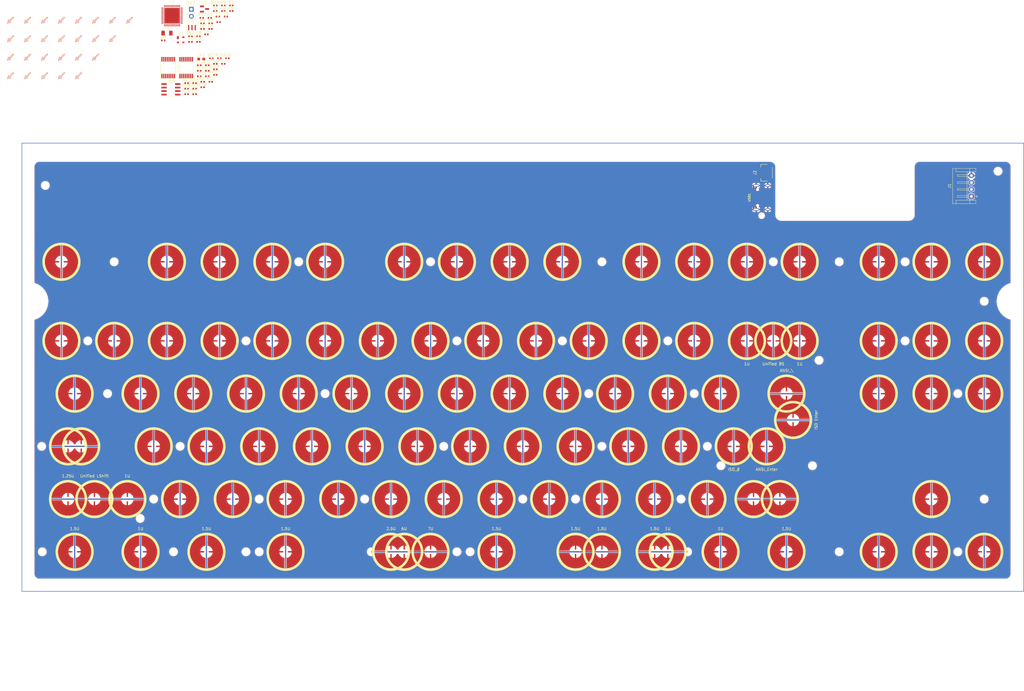
<source format=kicad_pcb>
(kicad_pcb (version 20211014) (generator pcbnew)

  (general
    (thickness 1.59)
  )

  (paper "A3")
  (title_block
    (title "RF_R1_8-9Xu PCB")
    (date "2022-08-01")
    (rev "1")
    (company "Cipulot  PCB Design")
    (comment 1 "MIT License")
    (comment 2 "Cipulot")
  )

  (layers
    (0 "F.Cu" signal)
    (1 "In1.Cu" signal)
    (2 "In2.Cu" signal)
    (31 "B.Cu" signal)
    (32 "B.Adhes" user "B.Adhesive")
    (33 "F.Adhes" user "F.Adhesive")
    (34 "B.Paste" user)
    (35 "F.Paste" user)
    (36 "B.SilkS" user "B.Silkscreen")
    (37 "F.SilkS" user "F.Silkscreen")
    (38 "B.Mask" user)
    (39 "F.Mask" user)
    (40 "Dwgs.User" user "User.Drawings")
    (41 "Cmts.User" user "User.Comments")
    (42 "Eco1.User" user "User.Eco1")
    (43 "Eco2.User" user "User.Eco2")
    (44 "Edge.Cuts" user)
    (45 "Margin" user)
    (46 "B.CrtYd" user "B.Courtyard")
    (47 "F.CrtYd" user "F.Courtyard")
    (48 "B.Fab" user)
    (49 "F.Fab" user)
    (50 "User.1" user)
    (51 "User.2" user)
    (52 "User.3" user)
    (53 "User.4" user)
    (54 "User.5" user)
    (55 "User.6" user)
    (56 "User.7" user)
    (57 "User.8" user)
    (58 "User.9" user)
  )

  (setup
    (stackup
      (layer "F.SilkS" (type "Top Silk Screen"))
      (layer "F.Paste" (type "Top Solder Paste"))
      (layer "F.Mask" (type "Top Solder Mask") (thickness 0.01))
      (layer "F.Cu" (type "copper") (thickness 0.035))
      (layer "dielectric 1" (type "prepreg") (thickness 0.2) (material "7628") (epsilon_r 4.6) (loss_tangent 0))
      (layer "In1.Cu" (type "copper") (thickness 0.0175))
      (layer "dielectric 2" (type "core") (thickness 1.065) (material "FR4") (epsilon_r 4.5) (loss_tangent 0.02))
      (layer "In2.Cu" (type "copper") (thickness 0.0175))
      (layer "dielectric 3" (type "prepreg") (thickness 0.2) (material "7628") (epsilon_r 4.6) (loss_tangent 0))
      (layer "B.Cu" (type "copper") (thickness 0.035))
      (layer "B.Mask" (type "Bottom Solder Mask") (thickness 0.01))
      (layer "B.Paste" (type "Bottom Solder Paste"))
      (layer "B.SilkS" (type "Bottom Silk Screen"))
      (copper_finish "HAL lead-free")
      (dielectric_constraints no)
    )
    (pad_to_mask_clearance 0)
    (aux_axis_origin 37.504855 77.986193)
    (grid_origin 57.745489 143.470599)
    (pcbplotparams
      (layerselection 0x00010fc_ffffffff)
      (disableapertmacros false)
      (usegerberextensions false)
      (usegerberattributes false)
      (usegerberadvancedattributes false)
      (creategerberjobfile true)
      (svguseinch false)
      (svgprecision 6)
      (excludeedgelayer true)
      (plotframeref false)
      (viasonmask false)
      (mode 1)
      (useauxorigin true)
      (hpglpennumber 1)
      (hpglpenspeed 20)
      (hpglpendiameter 15.000000)
      (dxfpolygonmode true)
      (dxfimperialunits true)
      (dxfusepcbnewfont true)
      (psnegative false)
      (psa4output false)
      (plotreference true)
      (plotvalue true)
      (plotinvisibletext false)
      (sketchpadsonfab false)
      (subtractmaskfromsilk true)
      (outputformat 1)
      (mirror false)
      (drillshape 0)
      (scaleselection 1)
      (outputdirectory "gerber")
    )
  )

  (net 0 "")
  (net 1 "ROW3")
  (net 2 "COL14")
  (net 3 "COL1")
  (net 4 "COL0")
  (net 5 "COL13")
  (net 6 "COL12")
  (net 7 "ROW2")
  (net 8 "ROW0")
  (net 9 "ROW1")
  (net 10 "GND")
  (net 11 "D+")
  (net 12 "D-")
  (net 13 "VBUS")
  (net 14 "Net-(R1-Pad2)")
  (net 15 "unconnected-(USB1-Pad3)")
  (net 16 "unconnected-(USB1-Pad9)")
  (net 17 "Net-(R2-Pad1)")
  (net 18 "Net-(C1-Pad1)")
  (net 19 "+5V")
  (net 20 "VBAT")
  (net 21 "APLEX_OUT_PIN_0")
  (net 22 "ADC")
  (net 23 "Net-(JP1-Pad2)")
  (net 24 "Net-(R3-Pad1)")
  (net 25 "ROW4")
  (net 26 "Net-(R4-Pad2)")
  (net 27 "Net-(R5-Pad1)")
  (net 28 "Net-(R6-Pad2)")
  (net 29 "Net-(R7-Pad1)")
  (net 30 "Net-(R8-Pad1)")
  (net 31 "NRST")
  (net 32 "BOOT0")
  (net 33 "BOOT1")
  (net 34 "COL2")
  (net 35 "COL3")
  (net 36 "COL7")
  (net 37 "COL4")
  (net 38 "COL6")
  (net 39 "COL5")
  (net 40 "COL8")
  (net 41 "COL10")
  (net 42 "COL11")
  (net 43 "COL9")
  (net 44 "unconnected-(R9-Pad2)")
  (net 45 "COL15")
  (net 46 "unconnected-(SW95-Pad1)")
  (net 47 "ROW5")
  (net 48 "unconnected-(U1-Pad2)")
  (net 49 "unconnected-(U1-Pad3)")
  (net 50 "unconnected-(U1-Pad4)")
  (net 51 "XTAL0")
  (net 52 "XTAL1")
  (net 53 "unconnected-(U1-Pad10)")
  (net 54 "unconnected-(U1-Pad11)")
  (net 55 "unconnected-(U1-Pad12)")
  (net 56 "unconnected-(U1-Pad14)")
  (net 57 "unconnected-(U1-Pad15)")
  (net 58 "unconnected-(U1-Pad21)")
  (net 59 "unconnected-(U1-Pad25)")
  (net 60 "unconnected-(U1-Pad26)")
  (net 61 "unconnected-(U1-Pad27)")
  (net 62 "unconnected-(U1-Pad28)")
  (net 63 "SWDIO")
  (net 64 "SWCLK")
  (net 65 "unconnected-(U1-Pad38)")
  (net 66 "APLEX_EN_PIN_1")
  (net 67 "AMUX_SEL_2")
  (net 68 "AMUX_SEL_1")
  (net 69 "AMUX_SEL_0")
  (net 70 "APLEX_EN_PIN_0")
  (net 71 "unconnected-(U1-Pad45)")
  (net 72 "unconnected-(U1-Pad46)")

  (footprint "Resistor_SMD:R_0402_1005Metric" (layer "F.Cu") (at 98.927989 26.782474))

  (footprint "cipulot_parts:ecs_pad_no_ring" (layer "F.Cu") (at 229.195633 114.895575))

  (footprint "cipulot_parts:TSSOP16" (layer "F.Cu") (at 86.789299 44.750814))

  (footprint "cipulot_parts:HOLE_M2_RF" (layer "F.Cu") (at 33.559239 43.921849))

  (footprint "cipulot_parts:ecs_pad_no_ring" (layer "F.Cu") (at 286.345489 219.670599))

  (footprint "Capacitor_SMD:C_0402_1005Metric" (layer "F.Cu") (at 104.997989 28.292474))

  (footprint "Resistor_SMD:R_0402_1005Metric" (layer "F.Cu") (at 102.357989 41.382474))

  (footprint "Resistor_SMD:R_0402_1005Metric" (layer "F.Cu") (at 99.257989 49.862474))

  (footprint "cipulot_parts:HOLE_M2_RF" (layer "F.Cu") (at 27.419239 30.561849))

  (footprint "cipulot_parts:ecs_pad_no_ring" (layer "F.Cu") (at 48.220481 114.895575))

  (footprint "cipulot_parts:HOLE_M2_RF" (layer "F.Cu") (at 64.259239 30.561849))

  (footprint "cipulot_parts:ecs_pad_no_ring" (layer "F.Cu") (at 205.382989 200.620599))

  (footprint "cipulot_parts:ecs_pad_no_ring" (layer "F.Cu") (at 52.982989 219.670599))

  (footprint "cipulot_parts:ecs_pad_no_ring" (layer "F.Cu") (at 191.095601 114.895575))

  (footprint "cipulot_parts:ecs_pad_no_ring" (layer "F.Cu") (at 276.820489 143.470599))

  (footprint "cipulot_parts:HOLE_M2_RF" (layer "F.Cu") (at 27.419239 50.601849))

  (footprint "cipulot_parts:ecs_pad_no_ring" (layer "F.Cu") (at 248.245489 162.520599))

  (footprint "cipulot_parts:ecs_pad_no_ring" (layer "F.Cu")
    (tedit 62421F5E) (tstamp 1854f5e2-9a5b-41e9-91bf-f09d60464101)
    (at 86.320513 114.895575 180)
    (descr " StepUp generated footprint")
    (property "Sheetfile" "matrix.kicad_sch")
    (property "Sheetname" "matrix")
    (path "/d1422f38-9fce-4f5e-878a-341530beaf9c/005c436d-4ade-4854-9fa8-ac1075f96020")
    (attr smd)
    (fp_text reference "SW3" (at -6 -8) (layer "Dwgs.User")
      (effects (font (size 0.8 0.8) (thickness 0.12)))
      (tstamp 4b2d0f69-3260-4c8a-aa93-033bb95209b6)
    )
    (fp_text value "EC_SW" (at -4.9 -5.6) (layer "F.SilkS") hide
      (effects (font (size 0.8 0.8) (thickness 0.12)))
      (tstamp 0a50cdd1-1bd9-4a58-9e8c-b1ed6a17e5b7)
    )
    (fp_text user "${REFERENCE}" (at 0 -2.5) (layer "F.Fab")
      (effects (font (size 0.8 0.8) (thickness 0.12)))
      (tstamp c70f7fb8-91af-42dd-b1b5-42e75eb9c98b)
    )
    (fp_circle (center 0 0) (end 6.467 0) (layer "F.SilkS") (width 0.9) (fill none) (tstamp bd29e739-4962-425a-a7e3-8b521221dbbd))
    (fp_line (start -9.251813 -6.05039) (end -9.25 -1.3) (layer "Dwgs.User") (width 0.1) (tstamp 02e226a6-5ba1-4ec1-84b9-f4c3bb04652d))
    (fp_line (start 5.97 7) (end -5.97 7) (layer "Dwgs.User") (width 0.1) (tstamp 03835b0c-16d0-4a0c-9c2c-e78d056794f7))
    (fp_line (start 9.251813 -6.05039) (end 9.25 -1.3) (layer "Dwgs.User") (width 0.1) (tstamp 09400322-1b3f-4c2d-ab5c-412e06177a1b))
    (fp_line (start -5.97 7) (end -7.3 5.67) (layer "Dwgs.User") (width 0.1) (tstamp 68f7e307-af27-40ef-b710-a98c4b9d7643))
    (fp_line (start 9.25 1.3) (end 9.250651 6.049404) (layer "Dwgs.User") (width 0.1) (tstamp 7527968d-e97a-4682-a98b-7c882001577f))
    (fp_line (start -7.3 -5.67) (end -5.97 -7) (layer "Dwgs.User") (width 0.1) (tstamp 93d59c1a-d9a8-4d45-be39-758a29a1b394))
    (fp_line (start -7.3 5.67) (end -5.97 7) (layer "Dwgs.User") (width 0.1) (tstamp a3ca966b-e47b-4cce-9588-4c7190acd941))
    (fp_line (start 7.3 5.67) (end 5.97 7) (layer "Dwgs.User") (width 0.1) (tstamp a94f034a-0edc-446a-a8a1-82d9166b7cb6))
    (fp_line (start 5.97 -7) (end 7.3 -5.67) (layer "Dwgs.User") (width 0.1) (tstamp cb2d0e82-50d0-40ab-b092-3aa53bfe8cf2))
    (fp_line (start -7.3 5.67) (end -7.3 -5.67) (layer "Dwgs.User") (width 0.1) (tstamp d3d7e053-5e7f-440b-b289-2c55d2e6cb95))
    (fp_line (start -9.25 1.3) (end -9.250371 6.049348) (layer "Dwgs.User") (width 0.1) (tstamp d982ac06-0354-47e1-bbe7-bc9e402430e5))
    (fp_line (start -5.97 -7) (end 5.97 -7) (layer "Dwgs.User") (width 0.1) (tstamp dee9b0b9-8bad-40b5-8d6c-060798c507ab))
    (fp_line (start 7.3 -5.67) (end 7.3 5.67) (layer "Dwgs.User") (width 0.1) (tstamp f5f8c8cd-3460-4205-81aa-de9015bf00b8))
    (fp_arc (start -9.25 -1.3) (mid -7.95 0) (end -9.25 1.3) (layer "Dwgs.User") (width 0.1) (tstamp 409d1202-6071-4135-89c0-f1ae8780ee75))
    (fp_arc (start 9.25 1.3) (mid 7.95 0) (end 9.25 -1.3) (layer "Dwgs.User") (width 0.1) (tstamp 93755bc3-eed8-4bf7-9aa6-e7feaa11a888))
    (fp_curve (pts (xy 6.25 9.05) (xy 6.878319 9.05) (xy 7.503978 8.844442) (xy 8.012619 8.475744)) (layer "Dwgs.User") (width 0.1) (tstamp 338eea60-ca4e-4030-ae6e-c69a44c2be32))
    (fp_curve (pts (xy -9.250371 6.049348) (xy -9.250422 6.677362) (xy -9.046276 7.30655) (xy -8.677042 7.814101)) (layer "Dwgs.User") (width 0.1) (tstamp 63364202-88a6-447e-a35d-77fee2390e06))
    (fp_curve (pts (xy 9.251813 -6.05039) (xy 9.253678 -6.835978) (xy 8.92615 -7.61768) (xy 8.371514 -8.171861)) (layer "Dwgs.User") (width 0.1) (tstamp 8ba988e8-6bd4-435e-9b55-41750114baef))
    (fp_curve (pts (xy -6.249691 -9.051713) (xy -7.035135 -9.052706) (xy -7.816878 -8.726043) (xy -8.371514 -8.171861)) (layer "Dwgs.User") (width 0.1) (tstamp a2ae982b-3cc7-42b7-99db-e342d8a1823e))
    (fp_curve (pts (xy -8.677042 7.814101) (xy -8.215499 8.448541) (xy -7.496006 8.892925) (xy -6.71966 9.014527)) (layer "Dwgs.User") (width 0.1) (tstamp a8b34494-fa7e-4251-a8d8-a26e8021599b))
    (fp_curve (pts (xy -6.249803 9.05032) (xy -2.117596 9.052005) (xy 2.116864 9.05) (xy 6.25 9.05)) (layer "Dwgs.User") (width 0.1) (tstamp b9eac20e-6ed0-4e4e-9b10-24a6b3453421))
    (fp_curve (pts (xy 8.371514 -8.171861) (xy 7.816878 -8.726043) (xy 7.035135 -9.052706) (xy 6.249691 -9.051713)) (layer "Dwgs.User") (width 0.1) (tstamp c21e784a-dfd1-4386-8845-a594b4cc0883))
    (fp_curve (pts (xy -6.71966 9.014527) (xy -6.564391 9.038847) (xy -6.406847 9.050256) (xy -6.249803 9.05032)) (layer "Dwgs.User") (width 0.1) (tstamp c55da8ec-6428-41a2-887e-55a0481879c4))
    (fp_curve (pts (xy 8.676354 7.811921) (xy 9.045049 7.303239) (xy 9.250869 6.67773) (xy 9.250651 6.049404)) (layer "Dwgs.User") (width 0.1) (tstamp c9beb998-32b3-421c-abf3-d9e0d0144185))
    (fp_curve (pts (xy 6.249691 -9.051713) (xy 2.116313 -9.04649) (xy -2.116313 -9.04649) (xy -6.249691 -9.051713)) (layer "Dwgs.User") (width 0.1) (tstamp e0a5cae1-6b5f-437d-adea-2fe485e04977))
    (fp_curve (pts (xy 8.012619 8.475744) (xy 8.26694 8.291395) (xy 8.492006 8.066262) (xy 8.676354 7.811921)) (layer "Dwgs.User") (width 0.1) (tstamp e5f19a95-6278-4e0a-9adc-258d50fee5ea))
    (fp_curve (pts (xy -8.371514 -8.171861) (xy -8.92615 -7.61768) (xy -9.253678 -6.835978) (xy -9.251813 -6.05039)) (layer "Dwgs.User") (width 0.1) (tstamp f8047d85-e4dc-4605-afea-68720ab95c81))
    (pad "1" smd custom (at -1 0 180) (size 0.4 0.4) (layers "F.Cu")
      (net 8 "ROW0") (pinfunction "1") (pintype "passive") (zone_connect 0)
      (options (clearance outline) (anchor circle))
      (primitives
        (gr_poly (pts
            (xy 0.6 -2.214159)
            (xy 0.320477 -2.144936)
            (xy 0.052085 -2.040578)
            (xy -0.20078 -1.902795)
            (xy -0.433976 -1.733843)
            (xy -0.643683 -1.536492)
            (xy -0.826466 -1.313972)
            (xy -0.979332 -1.069928)
            (xy -1.099775 -0.80836)
            (xy -1.185824 -0.53355)
            (xy -1.236068 -0.25)
            (xy 0 -0.25)
            (xy 0.095671 -0.23097)
            (xy 0.176777 -0.176777)
            (xy 0.23097 -0.095671)
            (xy 0.25 0)
            (xy 0.23097 0.095671)
            (xy 0.176777 0.176777)
            (xy 0.095671 0.23097)
            (xy 0 0.25)
            (xy -1.236068 0.25)
            (xy -1.185824 0.53355)
            (xy -1.099775 0.80836)
            (xy -0.979332 1.069928)
            (xy -0.826466 1.313972)
            (xy -0.643683 1.536492)
            (xy -0.433976 1.733843)
            (xy -0.20078 1.902795)
            (xy 0.052085 2.040578)
            (xy 0.320477 2.144936)
            (xy 0.6 2.214159)
            (xy 0.6 5.986652)
            (xy 0.115133 5.934392)
            (xy -0.363889 5.842928)
            (xy -0.8339 5.712864)
            (xy -1.291796 5.545058)
            (xy -1.734552 5.34062)
            (xy -2.159242 5.100901)
            (xy -2.563061 4.827483)
            (xy -2.943342 4.522174)
            (xy -3.297572 4.186989)
            (xy -3.62341 3.824144)
            (xy -3.918705 3.436035)
            (xy -4.181506 3.025227)
            (xy -4.410075 2.594434)
            (xy -4.602904 2.1465)
            (xy -4.758719 1.684386)
            (xy -4.876489 1.211145)
            (xy -4.955438 0.729902)
            (xy -4.995043 0.243838)
            (xy -4.995043 -0.243838)
            (xy -4.955438 -0.729902)
            (xy -4.876489 -1.211145)
            (xy -4.758719 -1.684386)
            (xy -4.602904 -2.1465)
            (xy -4.410075 -2.594434)
            (xy -4.181506 -3.025227)
            (xy -3.918705 -3.436035)
            (xy -3.62341 -3.824144)
            (xy -3.297572 -4.186989)
            (xy -2.943342 -4.522174)
            (xy -2.563061 -4.827483)
            (xy -2.159242 -5.100901)
            (xy -1.734552 -5.34062)
            (xy -1.291796 -5.545058)
            (xy -0.8339 -5.712864)
            (xy -0.363889 -5.842928)
            (xy 0.115133 -5.934392)
            (xy 0.6 -5.986652)
          ) (width 0) (fill yes))
      ) (tstamp 848ee2fb-c84b-4658-8cfe-7e560c54160c))
    (pad "2" smd custom (at 1 0) (size 0.4 0.4) (layers "F.Cu")
      (net 3 "COL1") (pinfunction "2") (pintype "passive") (zone_connect 0)
      (options (clearance outline) (anchor circle))
      (primitives
        (gr_poly (pts
            (xy 0.6 -2.214159)
            (xy 0.320477 -2.144936)
            (xy 0.052085 -2.040578)
            (xy -0.20078 -1.902795)
            (xy -0.433976 -1.733843)
            (xy -0.643683 -1.536492)
            (xy -0.826466 -1.313972)
            (xy -0.979332 -1.069928)
            (xy -1.099775 -0.80836)
            (xy -1.185824 -0.53355)
            (xy -1.236068 -0.25)
            (xy 0 -0.25)
            (xy 0.095671 -0.23097)
            (xy 0.176777 -0.176777)
            (xy 0.23097 -0.095671)
            (xy 0.25 0)
            (xy 0.23097 0.095671)
            (xy 0.176777 0.176777)
            (xy 0.095671 0.23097)
            (xy 0 0.25)
            (xy -1.236068 0.25)
            (xy -1.185824 0.53355)
            (xy -1.099775 0.80836)
            (xy -0.979332 1.069928)
            (xy -0.826466 1.313972)
            (xy -0.643683 1.536492)
            (xy -0.433976 1.733843)
            (xy -0.20078 1.902795)
            (xy 0.052085 2.040578)
            (xy 0.320477 2.144936)
            (xy 0.6 2.214159)
            (xy 0.6 5.986652)
            (xy 0.115133 5.934392)
            (xy -0.363889 5.842928)
            (xy -0.8339 5.712864)
            (xy -1.291796 5.545058)
            (xy -1.734552 5.34062)
            (xy -2.159242 5.100901)
            (xy -2.563061 4.827483)
            (xy -2.943342 4.522174)
            (xy -3.297572 4.186989)
            (xy -3.62341 3.824144)
            (xy -3.918705 3.436035)
            (xy -4.181506 3.025227)
            (xy -4.410075 2.594434)
            (xy -4.602904 2.1465)
            (xy -4.758719 1.684386)
            (xy -4.876489 1.211145)
            (xy -4.955438 0.729902)
            (xy -4.995043 0.243838)
            (xy -4.995043 -0.243838)
            (xy -4.955438 -0.729902)
            (xy -4.876489 -1.211145)
            (xy -4.758719 -1.684386)
            (xy -4.602904 -2.1465)
            (xy -4.410075 -2.594434)
            (xy -4.181506 -3.025227)
            (xy -3.918705 -3.436035)
            (xy -3.62341 -3.824144)
            (xy -3.297572 -4.186989)
            (xy -2.943342 -4.522174)
            (xy -2.563061 -4.827483)
            (xy -2.159242 -5.100901)
            (xy -1.734552 -5.34062)
            (xy -1.291796 -5.545058)
            (xy -0.8339 -5.712864)
            (xy -0.363889 -5.842928)
            (xy 0.115133 -5.934392)
            (xy 0.6 -5.986652)
          ) (width 0) (fill yes))
      ) (tstamp 16a6daf0-280c-4caf-9756-c92b6617df63))
    (pad "3" smd custom (at 0 0 180) (size 0.4 0.4) (layers "F.Cu")
      (net 10 "GND") (pinfunction "SG") (pintype "input") (zone_connect 2)
      (options (clearance convexhull) (anchor rect))
      (primitives
        (gr_line (start 0 -7) (end 0 7) (width 0.4))
      ) (tstamp a41dbce0-f66a-436d-9af2-affdb89e586c))
    (pad "3" smd custom (at 0 0 180) (size 0.4 0.4) (layers "B.Cu")
      (net 10 "GND") (pinfunction "SG") (pintype "input") (zone_connect 2)
      (options (clearance convexhull) (anchor rect))
      (primitives
        (gr_line (start 0 -6.5) (end 0 6.5) (width 0.4))
      ) (tstamp ba6d06d1-25a8-41c6-b99e-ae1a9901eb3b))
    (zone (net 0) (net_name "") (layer "F.Cu") (tstamp b8b1a065-7e08-4372-b3be-a3e81c938bb1) (hatch edge 0.508)
      (connect_pads (clearance 0))
      (min_thickness 0.254)
      (keepout (tracks allowed) (vias allowed) (pads allowed ) (copperpour not_allowed) (footprints allowed))
      (fill (thermal_gap 0.508) (thermal_bridge_width 0.508))
      (polygon
        (pts
          (xy 79.315608 114.895575)
          (xy 79.33442 115.408602)
          (xy 79.390754 115.918873)
          (xy 79.484309 116.423648)
          (xy 79.614581 116.920215)
          (xy 79.780871 117.405908)
          (xy 79.982285 117.878118)
          (xy 80.217743 118.334309)
          (xy 80.485979 118.77203)
          (xy 80.785552 119.188931)
          (xy 81.114854 119.582771)
          (xy 81.472116 119.951437)
          (xy 81.855419 120.292947)
          (xy 82.262703 120.605468)
          (xy 82.691783 120.88732)
          (xy 83.140353 121.136991)
          (xy 83.606003 121.353139)
          (xy 84.086233 121.534603)
          (xy 84.578464 121.680408)
          (xy 85.080051 121.789772)
          (xy 85.588301 121.862106)
          (xy 86.100484 121.897024)
          (xy 86.613848 121.894336)
          (xy 87.125637 121.854057)
          (xy 87.633101 121.776404)
          (xy 88.133516 121.661794)
          (xy 88.624193 121.510842)
          (xy 89.102496 121.324359)
          (xy 89.565858 121.103347)
          (xy 90.011788 120.848993)
          (xy 90.437893 120.562662)
          (xy 90.841883 120.245894)
          (xy 91.221588 119.900388)
          (xy 91.57497 119.528002)
          (xy 91.900129 119.130734)
          (xy 92.195321 118.71072)
          (xy 92.458958 118.270214)
          (xy 92.689626 117.811582)
          (xy 92.886084 117.337289)
          (xy 93.047279 116.849881)
          (xy 93.172344 116.351977)
          (xy 93.260608 115.84625)
          (xy 93.311595 115.335417)
          (xy 93.325034 114.822221)
          (xy 93.300851 114.30942)
          (xy 93.239176 113.799766)
          (xy 93.140341 113.295999)
          (xy 93.004876 112.800823)
          (xy 92.833509 112.316897)
          (xy 92.62716 111.846822)
          (xy 92.386939 111.393123)
          (xy 92.114134 110.958234)
          (xy 91.810211 110.544494)
          (xy 91.476803 110.154123)
          (xy 91.1157 109.789219)
          (xy 90.728843 109.451741)
          (xy 90.318307 109.143503)
          (xy 89.8863 108.866159)
          (xy 89.43514 108.621199)
          (xy 88.967252 108.40994)
          (xy 88.485148 108.233514)
          (xy 87.991417 108.092872)
          (xy 87.488712 107.988766)
          (xy 86.979733 107.921758)
          (xy 86.467213 107.892206)
          (xy 85.953905 107.90027)
          (xy 85.442566 107.945906)
          (xy 84.935942 108.028869)
          (xy 84.436755 108.148713)
          (xy 83.947686 108.304795)
          (xy 83.471361 108.496276)
          (xy 83.01034 108.722128)
          (xy 82.567097 108.981138)
          (xy 82.144014 109.271915)
          (xy 81.743364 109.592897)
          (xy 81.367297 109.942359)
          (xy 81.017835 110.318426)
          (xy 80.696853 110.719076)
          (xy 80.406076 111.142159)
          (xy 80.147066 111.585402)
          (xy 79.921214 112.046423)
          (xy 79.729733 112.522748)
          (xy 79.573651 113.011817)
          (xy 79.453807 113.511004)
          (xy 79.370844 114.017628)
          (xy 79.325208 114.528967)
        )
      )
    )
    (zone (net 0) (net_name "") (layer "B.Cu") (tstamp 415d5b44-52bc-4acb-88dd-599714931a1c) (hatch edge 0.508)
      (connect_pads (clearance 0))
      (min_thickness 0.254)
      (keepout (tracks allowed) (vias allowed) (pads allowed ) (copperpour not_allowed) (footprints allowed))
      (fill (thermal_gap 0.508) (thermal_bridge_width 0.508))
      (polygon
        (pts
          (xy 79.762257 114.895575)
          (xy 79.782474 115.41013)
          (xy 79.843 115.921512)
          (xy 79.943462 116.426569)
          (xy 80.083241 116.922188)
          (xy 80.261475 117.405311)
          (xy 80.477064 117.872961)
          (xy 80.728681 118.322254)
          (xy 81.014772 118.750421)
          (xy 81.333576 119.154822)
          (xy 81.683126 119.532962)
          (xy 82.061266 119.882512)
          (xy 82.465667 120.201316)
          (xy 82.893834 120.487407)
          (xy 83.343127 120.739024)
          (xy 83.810777 120.954613)
          (xy 84.2939 121.132847)
          (xy 84.789519 121.272626)
          (xy 85.294576 121.373088)
          (xy 85.805958 121.433614)
          (xy 86.320513 121.453831)
          (xy 86.835068 121.433614)
          (xy 87.34645 121.373088)
          (xy 87.851507 121.272626)
          (xy 88.347126 121.132847)
          (xy 88.830249 120.954613)
          (xy 89.297899 120.739024)
          (xy 89.747192 120.487407)
          (xy 90.175359 120.201316)
          (xy 90.57976 119.882512)
          (xy 90.9579 119.532962)
          (xy 91.30745 119.154822)
          (xy 91.626254 118.750421)
          (xy 91.912345 118.322254)
          (xy 92.163962 117.872961)
          (xy 92.379551 117.405311)
          (xy 92.557785 116.922188)
          (xy 92.697564 116.426569)
          (xy 92.798026 115.921512)
          (xy 92.858552 115.41013)
          (xy 92.878769 114.895575)
          (xy 92.858552 114.38102)
          (xy 92.798026 113.869638)
        
... [3672689 chars truncated]
</source>
